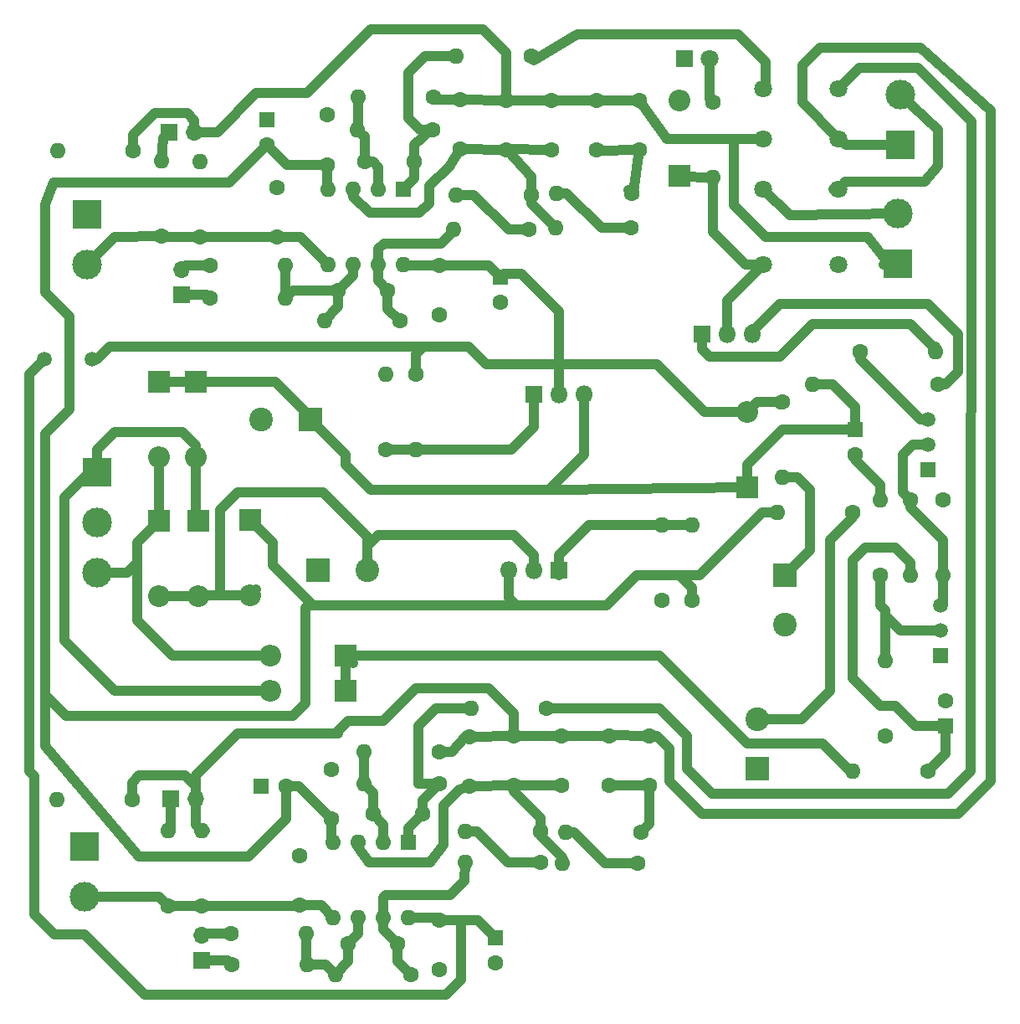
<source format=gbr>
G04 #@! TF.FileFunction,Copper,L2,Bot,Signal*
%FSLAX46Y46*%
G04 Gerber Fmt 4.6, Leading zero omitted, Abs format (unit mm)*
G04 Created by KiCad (PCBNEW 4.0.7) date 05/28/21 16:02:32*
%MOMM*%
%LPD*%
G01*
G04 APERTURE LIST*
%ADD10C,0.100000*%
%ADD11C,1.600000*%
%ADD12O,1.600000X1.600000*%
%ADD13R,1.600000X1.600000*%
%ADD14R,2.200000X2.200000*%
%ADD15O,2.200000X2.200000*%
%ADD16R,1.800000X1.800000*%
%ADD17C,1.800000*%
%ADD18R,3.000000X3.000000*%
%ADD19C,3.000000*%
%ADD20R,1.700000X1.700000*%
%ADD21O,1.700000X1.700000*%
%ADD22O,1.800000X1.800000*%
%ADD23C,1.520000*%
%ADD24R,1.520000X1.520000*%
%ADD25R,2.400000X2.400000*%
%ADD26C,2.400000*%
%ADD27C,1.500000*%
%ADD28C,1.000000*%
G04 APERTURE END LIST*
D10*
D11*
X147066000Y-74422000D03*
D12*
X134366000Y-74422000D03*
D11*
X80200000Y-59500000D03*
X80200000Y-54500000D03*
D13*
X102800000Y-63600000D03*
D11*
X102800000Y-66100000D03*
X96600000Y-62400000D03*
X96600000Y-67400000D03*
D13*
X147828000Y-108966000D03*
D11*
X147828000Y-106466000D03*
X85300000Y-47200000D03*
X85300000Y-52200000D03*
D13*
X79200000Y-47700000D03*
D11*
X79200000Y-50200000D03*
D13*
X138684000Y-78994000D03*
D11*
X138684000Y-81494000D03*
X107950000Y-45720000D03*
X107950000Y-50720000D03*
X103378000Y-45720000D03*
X103378000Y-50720000D03*
X98700000Y-45650000D03*
X98700000Y-50650000D03*
X116840000Y-45720000D03*
X116840000Y-50720000D03*
X112522000Y-45720000D03*
X112522000Y-50720000D03*
D14*
X87122000Y-101854000D03*
D15*
X79502000Y-101854000D03*
D14*
X68246000Y-74210000D03*
D15*
X68246000Y-81830000D03*
D14*
X68246000Y-88210000D03*
D15*
X68246000Y-95830000D03*
D14*
X87122000Y-105410000D03*
D15*
X79502000Y-105410000D03*
D14*
X71996000Y-74210000D03*
D15*
X71996000Y-81830000D03*
D14*
X72246000Y-88210000D03*
D15*
X72246000Y-95830000D03*
D14*
X127762000Y-84836000D03*
D15*
X127762000Y-77216000D03*
D14*
X77470000Y-88138000D03*
D15*
X77470000Y-95758000D03*
D14*
X120900000Y-53300000D03*
D15*
X120900000Y-45680000D03*
D16*
X121400000Y-41500000D03*
D17*
X123940000Y-41500000D03*
D18*
X61976000Y-83312000D03*
D19*
X61976000Y-88392000D03*
X61976000Y-93472000D03*
D18*
X61000000Y-57200000D03*
D19*
X61000000Y-62280000D03*
D20*
X70500000Y-65400000D03*
D21*
X70500000Y-62860000D03*
D20*
X69300000Y-48900000D03*
D21*
X71840000Y-48900000D03*
D16*
X123190000Y-69342000D03*
D22*
X125730000Y-69342000D03*
X128270000Y-69342000D03*
D11*
X65600000Y-50800000D03*
D12*
X57980000Y-50800000D03*
D11*
X72400000Y-59500000D03*
D12*
X72400000Y-51880000D03*
D11*
X91186000Y-81026000D03*
D12*
X91186000Y-73406000D03*
D11*
X119126000Y-96266000D03*
D12*
X119126000Y-88646000D03*
D11*
X94234000Y-73406000D03*
D12*
X94234000Y-81026000D03*
D11*
X122174000Y-96266000D03*
D12*
X122174000Y-88646000D03*
D11*
X68500000Y-59400000D03*
D12*
X68500000Y-51780000D03*
D11*
X131318000Y-76200000D03*
D12*
X131318000Y-83820000D03*
D11*
X138430000Y-87376000D03*
D12*
X130810000Y-87376000D03*
D11*
X73400000Y-62400000D03*
D12*
X81020000Y-62400000D03*
D11*
X73400000Y-65700000D03*
D12*
X81020000Y-65700000D03*
D11*
X146050000Y-113538000D03*
D12*
X138430000Y-113538000D03*
D11*
X144272000Y-86106000D03*
D12*
X144272000Y-93726000D03*
D11*
X92600000Y-68000000D03*
D12*
X84980000Y-68000000D03*
D11*
X141224000Y-93726000D03*
D12*
X141224000Y-86106000D03*
D11*
X141732000Y-109982000D03*
D12*
X141732000Y-102362000D03*
D11*
X105700000Y-58800000D03*
D12*
X98080000Y-58800000D03*
D11*
X147574000Y-86106000D03*
D12*
X147574000Y-93726000D03*
D11*
X105900000Y-55300000D03*
D12*
X98280000Y-55300000D03*
D11*
X139192000Y-71120000D03*
D12*
X146812000Y-71120000D03*
D11*
X116000000Y-58600000D03*
D12*
X108380000Y-58600000D03*
D11*
X116100000Y-55100000D03*
D12*
X108480000Y-55100000D03*
D11*
X124300000Y-45900000D03*
D12*
X124300000Y-53520000D03*
D11*
X96000000Y-45400000D03*
D12*
X88380000Y-45400000D03*
D11*
X95900000Y-48700000D03*
D12*
X88280000Y-48700000D03*
D17*
X129400000Y-54660000D03*
X129400000Y-44500000D03*
X129400000Y-49580000D03*
X137000000Y-49580000D03*
X137000000Y-54660000D03*
X137000000Y-44500000D03*
X129400000Y-62280000D03*
X137000000Y-62280000D03*
D16*
X106172000Y-75438000D03*
D22*
X108712000Y-75438000D03*
X111252000Y-75438000D03*
D16*
X108712000Y-93218000D03*
D22*
X106172000Y-93218000D03*
X103632000Y-93218000D03*
D23*
X147320000Y-99314000D03*
X147320000Y-96774000D03*
D24*
X147320000Y-101854000D03*
D23*
X146050000Y-80518000D03*
X146050000Y-77978000D03*
D24*
X146050000Y-83058000D03*
D11*
X82500000Y-127100000D03*
X82500000Y-122100000D03*
D13*
X102300000Y-130400000D03*
D11*
X102300000Y-132900000D03*
X96600000Y-128600000D03*
X96600000Y-133600000D03*
X85700000Y-113400000D03*
X85700000Y-118400000D03*
D13*
X78600000Y-115100000D03*
D11*
X81100000Y-115100000D03*
X99650000Y-110100000D03*
X99650000Y-115100000D03*
X104140000Y-109982000D03*
X104140000Y-114982000D03*
X108966000Y-109982000D03*
X108966000Y-114982000D03*
X113792000Y-109982000D03*
X113792000Y-114982000D03*
X117856000Y-109982000D03*
X117856000Y-114982000D03*
D18*
X60700000Y-121200000D03*
D19*
X60700000Y-126280000D03*
D18*
X143000000Y-62250000D03*
D19*
X143000000Y-57170000D03*
D18*
X143250000Y-50250000D03*
D19*
X143250000Y-45170000D03*
D20*
X72600000Y-132700000D03*
D21*
X72600000Y-130160000D03*
D20*
X69400000Y-116300000D03*
D21*
X71940000Y-116300000D03*
D11*
X65500000Y-116400000D03*
D12*
X57880000Y-116400000D03*
D11*
X72600000Y-127200000D03*
D12*
X72600000Y-119580000D03*
D11*
X69200000Y-127200000D03*
D12*
X69200000Y-119580000D03*
D11*
X75500000Y-130000000D03*
D12*
X83120000Y-130000000D03*
D11*
X75600000Y-133100000D03*
D12*
X83220000Y-133100000D03*
D11*
X93700000Y-134100000D03*
D12*
X86080000Y-134100000D03*
D11*
X106850000Y-122750000D03*
D12*
X99230000Y-122750000D03*
D11*
X106850000Y-119650000D03*
D12*
X99230000Y-119650000D03*
D11*
X116700000Y-122850000D03*
D12*
X109080000Y-122850000D03*
D11*
X117000000Y-119700000D03*
D12*
X109380000Y-119700000D03*
D11*
X96600000Y-111600000D03*
D12*
X88980000Y-111600000D03*
D11*
X96600000Y-114800000D03*
D12*
X88980000Y-114800000D03*
D11*
X105950000Y-41250000D03*
D12*
X98330000Y-41250000D03*
D11*
X107442000Y-107188000D03*
D12*
X99822000Y-107188000D03*
D11*
X86400000Y-64900000D03*
X91400000Y-64900000D03*
X87400000Y-131000000D03*
X92400000Y-131000000D03*
X89100000Y-51900000D03*
X94100000Y-51900000D03*
X89900000Y-117900000D03*
X94900000Y-117900000D03*
D25*
X83566000Y-77978000D03*
D26*
X78566000Y-77978000D03*
D25*
X84328000Y-93218000D03*
D26*
X89328000Y-93218000D03*
D25*
X131572000Y-93726000D03*
D26*
X131572000Y-98726000D03*
D25*
X128778000Y-113284000D03*
D26*
X128778000Y-108284000D03*
D13*
X93000000Y-54700000D03*
D12*
X85380000Y-62320000D03*
X90460000Y-54700000D03*
X87920000Y-62320000D03*
X87920000Y-54700000D03*
X90460000Y-62320000D03*
X85380000Y-54700000D03*
X93000000Y-62320000D03*
D13*
X93500000Y-120700000D03*
D12*
X85880000Y-128320000D03*
X90960000Y-120700000D03*
X88420000Y-128320000D03*
X88420000Y-120700000D03*
X90960000Y-128320000D03*
X85880000Y-120700000D03*
X93500000Y-128320000D03*
D27*
X56642000Y-71882000D03*
X61468000Y-71882000D03*
D28*
X97028000Y-85090000D02*
X89662000Y-85090000D01*
X87122000Y-81534000D02*
X83566000Y-77978000D01*
X87122000Y-82550000D02*
X87122000Y-81534000D01*
X89662000Y-85090000D02*
X87122000Y-82550000D01*
X83566000Y-77978000D02*
X83566000Y-77724000D01*
X83566000Y-77724000D02*
X80052000Y-74210000D01*
X80052000Y-74210000D02*
X71996000Y-74210000D01*
X127762000Y-84836000D02*
X127762000Y-82550000D01*
X131318000Y-78994000D02*
X138684000Y-78994000D01*
X127762000Y-82550000D02*
X131318000Y-78994000D01*
X108458000Y-85090000D02*
X97028000Y-85090000D01*
X127762000Y-84836000D02*
X108458000Y-85090000D01*
X108458000Y-85090000D02*
X108204000Y-85090000D01*
X108204000Y-85090000D02*
X107950000Y-84836000D01*
X111252000Y-77724000D02*
X111252000Y-81534000D01*
X111252000Y-81534000D02*
X107950000Y-84836000D01*
X111252000Y-75438000D02*
X111252000Y-77724000D01*
X134366000Y-74422000D02*
X136398000Y-74422000D01*
X138684000Y-76708000D02*
X138684000Y-78994000D01*
X136398000Y-74422000D02*
X138684000Y-76708000D01*
X134366000Y-74422000D02*
X134316000Y-74422000D01*
X71996000Y-74210000D02*
X68246000Y-74210000D01*
X106172000Y-93218000D02*
X106172000Y-91694000D01*
X90424000Y-89662000D02*
X89328000Y-90758000D01*
X104140000Y-89662000D02*
X90424000Y-89662000D01*
X106172000Y-91694000D02*
X104140000Y-89662000D01*
X74422000Y-95758000D02*
X74422000Y-87122000D01*
X89328000Y-89836000D02*
X89328000Y-90758000D01*
X89328000Y-90758000D02*
X89328000Y-93218000D01*
X84836000Y-85344000D02*
X89328000Y-89836000D01*
X76200000Y-85344000D02*
X84836000Y-85344000D01*
X74422000Y-87122000D02*
X76200000Y-85344000D01*
X89328000Y-93218000D02*
X89328000Y-92282000D01*
X78058000Y-95170000D02*
X77470000Y-95758000D01*
X77470000Y-95758000D02*
X74676000Y-95758000D01*
X74676000Y-95758000D02*
X74422000Y-95758000D01*
X74422000Y-95758000D02*
X72318000Y-95758000D01*
X72318000Y-95758000D02*
X72246000Y-95830000D01*
X72246000Y-95830000D02*
X68246000Y-95830000D01*
X80200000Y-59500000D02*
X82560000Y-59500000D01*
X82560000Y-59500000D02*
X85380000Y-62320000D01*
X72400000Y-59500000D02*
X68600000Y-59500000D01*
X68600000Y-59500000D02*
X68500000Y-59400000D01*
X72400000Y-59500000D02*
X80200000Y-59500000D01*
X68500000Y-59400000D02*
X63780000Y-59500000D01*
X63780000Y-59500000D02*
X61000000Y-62280000D01*
X98700000Y-45650000D02*
X96250000Y-45650000D01*
X96250000Y-45650000D02*
X96000000Y-45400000D01*
X100584000Y-38550000D02*
X101034000Y-38550000D01*
X103378000Y-40894000D02*
X103378000Y-45720000D01*
X101034000Y-38550000D02*
X103378000Y-40894000D01*
X100050000Y-38550000D02*
X100584000Y-38550000D01*
X100584000Y-38550000D02*
X100650000Y-38550000D01*
X127050000Y-49580000D02*
X119680000Y-49580000D01*
X119680000Y-49580000D02*
X116840000Y-45720000D01*
X82700000Y-45000000D02*
X83250000Y-45000000D01*
X78100000Y-45000000D02*
X82700000Y-45000000D01*
X74200000Y-48900000D02*
X78100000Y-45000000D01*
X71840000Y-48900000D02*
X74200000Y-48900000D01*
X89700000Y-38550000D02*
X100050000Y-38550000D01*
X100050000Y-38550000D02*
X100150000Y-38550000D01*
X83250000Y-45000000D02*
X89700000Y-38550000D01*
X126400000Y-49580000D02*
X126400000Y-56300000D01*
X142200000Y-62350000D02*
X143000000Y-62250000D01*
X140000000Y-59500000D02*
X142200000Y-62350000D01*
X129600000Y-59500000D02*
X140000000Y-59500000D01*
X126400000Y-56300000D02*
X129600000Y-59500000D01*
X126400000Y-49580000D02*
X127050000Y-49580000D01*
X127050000Y-49580000D02*
X129400000Y-49580000D01*
X65600000Y-50800000D02*
X65600000Y-49200000D01*
X71840000Y-47740000D02*
X71840000Y-48900000D01*
X71100000Y-47000000D02*
X71840000Y-47740000D01*
X67800000Y-47000000D02*
X71100000Y-47000000D01*
X65600000Y-49200000D02*
X67800000Y-47000000D01*
X141600000Y-62350000D02*
X143000000Y-62250000D01*
X129000000Y-49500000D02*
X129220000Y-49400000D01*
X129220000Y-49400000D02*
X129400000Y-49580000D01*
X73400000Y-62400000D02*
X70960000Y-62400000D01*
X70960000Y-62400000D02*
X70500000Y-62860000D01*
X71840000Y-48900000D02*
X72000000Y-48900000D01*
X112522000Y-45720000D02*
X116840000Y-45720000D01*
X107950000Y-45720000D02*
X112522000Y-45720000D01*
X103378000Y-45720000D02*
X107950000Y-45720000D01*
X98700000Y-45650000D02*
X103378000Y-45720000D01*
X131318000Y-83820000D02*
X132842000Y-83820000D01*
X134112000Y-91186000D02*
X131572000Y-93726000D01*
X134112000Y-85090000D02*
X134112000Y-91186000D01*
X132842000Y-83820000D02*
X134112000Y-85090000D01*
X138430000Y-87376000D02*
X138430000Y-87884000D01*
X138430000Y-87884000D02*
X136144000Y-90170000D01*
X136144000Y-90170000D02*
X136144000Y-105410000D01*
X136144000Y-105410000D02*
X133270000Y-108284000D01*
X133270000Y-108284000D02*
X128778000Y-108284000D01*
X108712000Y-75438000D02*
X108712000Y-72390000D01*
X92964000Y-70612000D02*
X99568000Y-70612000D01*
X101346000Y-72390000D02*
X109474000Y-72390000D01*
X99568000Y-70612000D02*
X101346000Y-72390000D01*
X94234000Y-73406000D02*
X94234000Y-71374000D01*
X94234000Y-71374000D02*
X94996000Y-70612000D01*
X61468000Y-71882000D02*
X61976000Y-71882000D01*
X63246000Y-70612000D02*
X92964000Y-70612000D01*
X92964000Y-70612000D02*
X94996000Y-70612000D01*
X61976000Y-71882000D02*
X63246000Y-70612000D01*
X131318000Y-76200000D02*
X128778000Y-76200000D01*
X128778000Y-76200000D02*
X127762000Y-77216000D01*
X98806000Y-134620000D02*
X97282000Y-136144000D01*
X97282000Y-136144000D02*
X66802000Y-136144000D01*
X66802000Y-136144000D02*
X60706000Y-130048000D01*
X60706000Y-130048000D02*
X57658000Y-130048000D01*
X57658000Y-130048000D02*
X55626000Y-128016000D01*
X55626000Y-128016000D02*
X55626000Y-114046000D01*
X55626000Y-114046000D02*
X55118000Y-113538000D01*
X55118000Y-113538000D02*
X55118000Y-73406000D01*
X55118000Y-73406000D02*
X56642000Y-71882000D01*
X98806000Y-134620000D02*
X98806000Y-128600000D01*
X127762000Y-77216000D02*
X123444000Y-77216000D01*
X123444000Y-77216000D02*
X118618000Y-72390000D01*
X118618000Y-72390000D02*
X115316000Y-72390000D01*
X115316000Y-72390000D02*
X110236000Y-72390000D01*
X96600000Y-128600000D02*
X97104000Y-128600000D01*
X108712000Y-72390000D02*
X108712000Y-67056000D01*
X104902000Y-63246000D02*
X103154000Y-63246000D01*
X108712000Y-67056000D02*
X104902000Y-63246000D01*
X108712000Y-72390000D02*
X109474000Y-72390000D01*
X103154000Y-63246000D02*
X102800000Y-63600000D01*
X131064000Y-76454000D02*
X131318000Y-76200000D01*
X109474000Y-72390000D02*
X110236000Y-72390000D01*
X96600000Y-128600000D02*
X98806000Y-128600000D01*
X98806000Y-128600000D02*
X100500000Y-128600000D01*
X100500000Y-128600000D02*
X102300000Y-130400000D01*
X93500000Y-128320000D02*
X96320000Y-128320000D01*
X96320000Y-128320000D02*
X96600000Y-128600000D01*
X96600000Y-62400000D02*
X101600000Y-62400000D01*
X101600000Y-62400000D02*
X102800000Y-63600000D01*
X96600000Y-62400000D02*
X94500000Y-62400000D01*
X94500000Y-62400000D02*
X93080000Y-62400000D01*
X93080000Y-62400000D02*
X93000000Y-62320000D01*
X147828000Y-108966000D02*
X144780000Y-108966000D01*
X144272000Y-92456000D02*
X144272000Y-93726000D01*
X142748000Y-90932000D02*
X144272000Y-92456000D01*
X139700000Y-90932000D02*
X142748000Y-90932000D01*
X138430000Y-92202000D02*
X139700000Y-90932000D01*
X138430000Y-104140000D02*
X138430000Y-92202000D01*
X141224000Y-106934000D02*
X138430000Y-104140000D01*
X142748000Y-106934000D02*
X141224000Y-106934000D01*
X144780000Y-108966000D02*
X142748000Y-106934000D01*
X147828000Y-108966000D02*
X147828000Y-111760000D01*
X147828000Y-111760000D02*
X146050000Y-113538000D01*
X120904000Y-93726000D02*
X122936000Y-93726000D01*
X129286000Y-87376000D02*
X130810000Y-87376000D01*
X122936000Y-93726000D02*
X129286000Y-87376000D01*
X104394000Y-96774000D02*
X113538000Y-96774000D01*
X122174000Y-94996000D02*
X122174000Y-96266000D01*
X120904000Y-93726000D02*
X122174000Y-94996000D01*
X116586000Y-93726000D02*
X120904000Y-93726000D01*
X113538000Y-96774000D02*
X116586000Y-93726000D01*
X84836000Y-96774000D02*
X83312000Y-96774000D01*
X58858002Y-107950000D02*
X56750000Y-105841998D01*
X81788000Y-107950000D02*
X58858002Y-107950000D01*
X83058000Y-106680000D02*
X81788000Y-107950000D01*
X83058000Y-97028000D02*
X83058000Y-106680000D01*
X83312000Y-96774000D02*
X83058000Y-97028000D01*
X104648000Y-96774000D02*
X84836000Y-96774000D01*
X84836000Y-96774000D02*
X83820000Y-96774000D01*
X79756000Y-90424000D02*
X77470000Y-88138000D01*
X79756000Y-92710000D02*
X79756000Y-90424000D01*
X83820000Y-96774000D02*
X79756000Y-92710000D01*
X56750000Y-80010000D02*
X56750000Y-79394000D01*
X75400000Y-54000000D02*
X79200000Y-50200000D01*
X57600000Y-54000000D02*
X75400000Y-54000000D01*
X56750000Y-56250000D02*
X57600000Y-54000000D01*
X56750000Y-65132000D02*
X56750000Y-58300000D01*
X56750000Y-101500000D02*
X56750000Y-80010000D01*
X56750000Y-58300000D02*
X56750000Y-56250000D01*
X56750000Y-101500000D02*
X56750000Y-105841998D01*
X56750000Y-79394000D02*
X59182000Y-76962000D01*
X59182000Y-76962000D02*
X59182000Y-67564000D01*
X59182000Y-67564000D02*
X56750000Y-65132000D01*
X103632000Y-93218000D02*
X103632000Y-96012000D01*
X104394000Y-96774000D02*
X104648000Y-96774000D01*
X103632000Y-96012000D02*
X104394000Y-96774000D01*
X56750000Y-105841998D02*
X56750000Y-111000000D01*
X56750000Y-111000000D02*
X66200000Y-122200000D01*
X66200000Y-122200000D02*
X77300000Y-122200000D01*
X77300000Y-122200000D02*
X81100000Y-118400000D01*
X81100000Y-118400000D02*
X81100000Y-115100000D01*
X85700000Y-118400000D02*
X85700000Y-120520000D01*
X85700000Y-120520000D02*
X85880000Y-120700000D01*
X81100000Y-115100000D02*
X82400000Y-115100000D01*
X82400000Y-115100000D02*
X85700000Y-118400000D01*
X85300000Y-52200000D02*
X81200000Y-52200000D01*
X81200000Y-52200000D02*
X79200000Y-50200000D01*
X85300000Y-52200000D02*
X85300000Y-54620000D01*
X85300000Y-54620000D02*
X85380000Y-54700000D01*
X138684000Y-81494000D02*
X138684000Y-82042000D01*
X138684000Y-82042000D02*
X141224000Y-84582000D01*
X141224000Y-84582000D02*
X141224000Y-86106000D01*
X103378000Y-50720000D02*
X103428000Y-50720000D01*
X103428000Y-50720000D02*
X105900000Y-53450000D01*
X105900000Y-53450000D02*
X105900000Y-55300000D01*
X103378000Y-50720000D02*
X98700000Y-50650000D01*
X107950000Y-50720000D02*
X103428000Y-50670000D01*
X103428000Y-50670000D02*
X103378000Y-50720000D01*
X98700000Y-50650000D02*
X97600000Y-52400000D01*
X89600000Y-57100000D02*
X87920000Y-55420000D01*
X94600000Y-57100000D02*
X89600000Y-57100000D01*
X95600000Y-56100000D02*
X94600000Y-57100000D01*
X95600000Y-54400000D02*
X95600000Y-56100000D01*
X97600000Y-52400000D02*
X95600000Y-54400000D01*
X105900000Y-55300000D02*
X105900000Y-56120000D01*
X105900000Y-56120000D02*
X108380000Y-58600000D01*
X105900000Y-54900000D02*
X105900000Y-55300000D01*
X87920000Y-55420000D02*
X87920000Y-54700000D01*
X116840000Y-50720000D02*
X112622000Y-50820000D01*
X112622000Y-50820000D02*
X112522000Y-50720000D01*
X116840000Y-50720000D02*
X116250000Y-54950000D01*
X116250000Y-54950000D02*
X116100000Y-55100000D01*
X115750000Y-54750000D02*
X116100000Y-55100000D01*
X138430000Y-113538000D02*
X138176000Y-113538000D01*
X138176000Y-113538000D02*
X135382000Y-110744000D01*
X135382000Y-110744000D02*
X131318000Y-110744000D01*
X118872000Y-101854000D02*
X87122000Y-101854000D01*
X127762000Y-110744000D02*
X118872000Y-101854000D01*
X131318000Y-110744000D02*
X127762000Y-110744000D01*
X87884000Y-102616000D02*
X87122000Y-101854000D01*
X87122000Y-101854000D02*
X87122000Y-105410000D01*
X79502000Y-101854000D02*
X69596000Y-101854000D01*
X66040000Y-98298000D02*
X66040000Y-92456000D01*
X69596000Y-101854000D02*
X66040000Y-98298000D01*
X61976000Y-93472000D02*
X65024000Y-93472000D01*
X65024000Y-93472000D02*
X66040000Y-92456000D01*
X66040000Y-90416000D02*
X68246000Y-88210000D01*
X66040000Y-92456000D02*
X66040000Y-90416000D01*
X62292000Y-93788000D02*
X61976000Y-93472000D01*
X68246000Y-88210000D02*
X68246000Y-81830000D01*
X79502000Y-105410000D02*
X63754000Y-105410000D01*
X58674000Y-85852000D02*
X61214000Y-83312000D01*
X58674000Y-100330000D02*
X58674000Y-85852000D01*
X63754000Y-105410000D02*
X58674000Y-100330000D01*
X61214000Y-83312000D02*
X61976000Y-83312000D01*
X61976000Y-83312000D02*
X61976000Y-81026000D01*
X71996000Y-80632000D02*
X71996000Y-81830000D01*
X70612000Y-79248000D02*
X71996000Y-80632000D01*
X63754000Y-79248000D02*
X70612000Y-79248000D01*
X61976000Y-81026000D02*
X63754000Y-79248000D01*
X71996000Y-81830000D02*
X71996000Y-87960000D01*
X71996000Y-87960000D02*
X72246000Y-88210000D01*
X124300000Y-53520000D02*
X124300000Y-59022000D01*
X127558000Y-62280000D02*
X129400000Y-62280000D01*
X124300000Y-59022000D02*
X127558000Y-62280000D01*
X125730000Y-69342000D02*
X125730000Y-65950000D01*
X125730000Y-65950000D02*
X129400000Y-62280000D01*
X124300000Y-53520000D02*
X121020000Y-53420000D01*
X121020000Y-53420000D02*
X120900000Y-53300000D01*
X123940000Y-41500000D02*
X123940000Y-45540000D01*
X123940000Y-45540000D02*
X124300000Y-45900000D01*
X124460000Y-45740000D02*
X124300000Y-45900000D01*
X70500000Y-65400000D02*
X73100000Y-65400000D01*
X73100000Y-65400000D02*
X73400000Y-65700000D01*
X68500000Y-51780000D02*
X68700000Y-49500000D01*
X68700000Y-49500000D02*
X69300000Y-48900000D01*
X147320000Y-99314000D02*
X143256000Y-99314000D01*
X143256000Y-99314000D02*
X141732000Y-97790000D01*
X141224000Y-93726000D02*
X141224000Y-96774000D01*
X141732000Y-97282000D02*
X141732000Y-97790000D01*
X141732000Y-97790000D02*
X141732000Y-102362000D01*
X141224000Y-96774000D02*
X141732000Y-97282000D01*
X144272000Y-86106000D02*
X144272000Y-86868000D01*
X144272000Y-86868000D02*
X147574000Y-90170000D01*
X147574000Y-90170000D02*
X147574000Y-93726000D01*
X146050000Y-80518000D02*
X144526000Y-80518000D01*
X143510000Y-85344000D02*
X144272000Y-86106000D01*
X143510000Y-81534000D02*
X143510000Y-85344000D01*
X144526000Y-80518000D02*
X143510000Y-81534000D01*
X147574000Y-93726000D02*
X147574000Y-96520000D01*
X147574000Y-96520000D02*
X147320000Y-96774000D01*
X139192000Y-71120000D02*
X139192000Y-71882000D01*
X139192000Y-71882000D02*
X145288000Y-77978000D01*
X145288000Y-77978000D02*
X146050000Y-77978000D01*
X123190000Y-69342000D02*
X123190000Y-70866000D01*
X144272000Y-68326000D02*
X146812000Y-70866000D01*
X134366000Y-68326000D02*
X144272000Y-68326000D01*
X131064000Y-71628000D02*
X134366000Y-68326000D01*
X123952000Y-71628000D02*
X131064000Y-71628000D01*
X123190000Y-70866000D02*
X123952000Y-71628000D01*
X146812000Y-70866000D02*
X146812000Y-71120000D01*
X146812000Y-70612000D02*
X146812000Y-71120000D01*
X128270000Y-69342000D02*
X128270000Y-69088000D01*
X128270000Y-69088000D02*
X131064000Y-66294000D01*
X149098000Y-73152000D02*
X147828000Y-74422000D01*
X149098000Y-69342000D02*
X149098000Y-73152000D01*
X146050000Y-66294000D02*
X149098000Y-69342000D01*
X131064000Y-66294000D02*
X146050000Y-66294000D01*
X147828000Y-74422000D02*
X147066000Y-74422000D01*
X128270000Y-69342000D02*
X128270000Y-68834000D01*
X147828000Y-74422000D02*
X147066000Y-74422000D01*
X106172000Y-75438000D02*
X106172000Y-78740000D01*
X103886000Y-81026000D02*
X94234000Y-81026000D01*
X106172000Y-78740000D02*
X103886000Y-81026000D01*
X94234000Y-81026000D02*
X91186000Y-81026000D01*
X122174000Y-88646000D02*
X119126000Y-88646000D01*
X108712000Y-93218000D02*
X108712000Y-91694000D01*
X111760000Y-88646000D02*
X119126000Y-88646000D01*
X108712000Y-91694000D02*
X111760000Y-88646000D01*
X108712000Y-93218000D02*
X108712000Y-93726000D01*
X98280000Y-55300000D02*
X100100000Y-55300000D01*
X103600000Y-58800000D02*
X105700000Y-58800000D01*
X100100000Y-55300000D02*
X103600000Y-58800000D01*
X108480000Y-55100000D02*
X109500000Y-55100000D01*
X113000000Y-58600000D02*
X116000000Y-58600000D01*
X109500000Y-55100000D02*
X113000000Y-58600000D01*
X82500000Y-127100000D02*
X84660000Y-127100000D01*
X84660000Y-127100000D02*
X85880000Y-128320000D01*
X72600000Y-127200000D02*
X82400000Y-127200000D01*
X82400000Y-127200000D02*
X82500000Y-127100000D01*
X72600000Y-127200000D02*
X69200000Y-127200000D01*
X60700000Y-126280000D02*
X68280000Y-126280000D01*
X68280000Y-126280000D02*
X69200000Y-127200000D01*
X106850000Y-119650000D02*
X106850000Y-120058000D01*
X106850000Y-120058000D02*
X109080000Y-122288000D01*
X109080000Y-122288000D02*
X109080000Y-122850000D01*
X104140000Y-114982000D02*
X104140000Y-115570000D01*
X104140000Y-115570000D02*
X106850000Y-118280000D01*
X106850000Y-118280000D02*
X106850000Y-119650000D01*
X104140000Y-114982000D02*
X99700000Y-115050000D01*
X99700000Y-115050000D02*
X99650000Y-115100000D01*
X108966000Y-114982000D02*
X104140000Y-114982000D01*
X109080000Y-122630000D02*
X109080000Y-122850000D01*
X108966000Y-114982000D02*
X108966000Y-115182000D01*
X88420000Y-120700000D02*
X88420000Y-121220000D01*
X88420000Y-121220000D02*
X89500000Y-122808000D01*
X98600000Y-115400000D02*
X99650000Y-115100000D01*
X97000000Y-117000000D02*
X98600000Y-115400000D01*
X97000000Y-121000000D02*
X97000000Y-117000000D01*
X95700000Y-122808000D02*
X97000000Y-121000000D01*
X89500000Y-122808000D02*
X95700000Y-122808000D01*
X117856000Y-114982000D02*
X113792000Y-114982000D01*
X117856000Y-114982000D02*
X117856000Y-118844000D01*
X117856000Y-118844000D02*
X117000000Y-119700000D01*
X117250000Y-119450000D02*
X117000000Y-119700000D01*
X117756000Y-115082000D02*
X117856000Y-114982000D01*
X86360000Y-109728000D02*
X86360000Y-109474000D01*
X71940000Y-113988000D02*
X76200000Y-109728000D01*
X76200000Y-109728000D02*
X86360000Y-109728000D01*
X71940000Y-116300000D02*
X71940000Y-113988000D01*
X104140000Y-107696000D02*
X104140000Y-109982000D01*
X101600000Y-105156000D02*
X104140000Y-107696000D01*
X94234000Y-105156000D02*
X101600000Y-105156000D01*
X90932000Y-108458000D02*
X94234000Y-105156000D01*
X87376000Y-108458000D02*
X90932000Y-108458000D01*
X86360000Y-109474000D02*
X87376000Y-108458000D01*
X152399814Y-109981488D02*
X152399814Y-114554186D01*
X118586000Y-109950000D02*
X117856000Y-109982000D01*
X119888000Y-111252000D02*
X118586000Y-109950000D01*
X119888000Y-114554000D02*
X119888000Y-111252000D01*
X123190000Y-117856000D02*
X119888000Y-114554000D01*
X149098000Y-117856000D02*
X123190000Y-117856000D01*
X152399814Y-114554186D02*
X149098000Y-117856000D01*
X133350000Y-45930000D02*
X137000000Y-49580000D01*
X133350000Y-42164000D02*
X133350000Y-45930000D01*
X135128000Y-40386000D02*
X133350000Y-42164000D01*
X145288000Y-40386000D02*
X135128000Y-40386000D01*
X152376691Y-46764687D02*
X145288000Y-40386000D01*
X152399814Y-109981488D02*
X152376691Y-46764687D01*
X117856000Y-109982000D02*
X118176000Y-109982000D01*
X117856000Y-109982000D02*
X113892000Y-109882000D01*
X113892000Y-109882000D02*
X113792000Y-109982000D01*
X137000000Y-49580000D02*
X137080000Y-49580000D01*
X137080000Y-49580000D02*
X137750000Y-50250000D01*
X137750000Y-50250000D02*
X143250000Y-50250000D01*
X65500000Y-116400000D02*
X65500000Y-114700000D01*
X70880000Y-114000000D02*
X71940000Y-115060000D01*
X66200000Y-114000000D02*
X70880000Y-114000000D01*
X65500000Y-114700000D02*
X66200000Y-114000000D01*
X71940000Y-115060000D02*
X71940000Y-116300000D01*
X71940000Y-116300000D02*
X71940000Y-115060000D01*
X72600000Y-119580000D02*
X72880000Y-119580000D01*
X75500000Y-130000000D02*
X72760000Y-130000000D01*
X72760000Y-130000000D02*
X72600000Y-130160000D01*
X71940000Y-116300000D02*
X71940000Y-118920000D01*
X71940000Y-118920000D02*
X72600000Y-119580000D01*
X108966000Y-109982000D02*
X113792000Y-109982000D01*
X104140000Y-109982000D02*
X108966000Y-109982000D01*
X99650000Y-110100000D02*
X104140000Y-109982000D01*
X96600000Y-111600000D02*
X97900000Y-111600000D01*
X97900000Y-111600000D02*
X99250000Y-110100000D01*
X99250000Y-110100000D02*
X99650000Y-110100000D01*
X72600000Y-132700000D02*
X75200000Y-132700000D01*
X75200000Y-132700000D02*
X75600000Y-133100000D01*
X69400000Y-116300000D02*
X69400000Y-119380000D01*
X69400000Y-119380000D02*
X69200000Y-119580000D01*
X99230000Y-119650000D02*
X100450000Y-119650000D01*
X103550000Y-122750000D02*
X106850000Y-122750000D01*
X100450000Y-119650000D02*
X103550000Y-122750000D01*
X109380000Y-119700000D02*
X110250000Y-119700000D01*
X113400000Y-122850000D02*
X116700000Y-122850000D01*
X110250000Y-119700000D02*
X113400000Y-122850000D01*
X143000000Y-57170000D02*
X132060000Y-57320000D01*
X132060000Y-57320000D02*
X129400000Y-54660000D01*
X129400000Y-54660000D02*
X129400000Y-54700000D01*
X142420000Y-57750000D02*
X143000000Y-57170000D01*
X137000000Y-54660000D02*
X137140000Y-54660000D01*
X137140000Y-54660000D02*
X137700000Y-53900000D01*
X137700000Y-53900000D02*
X145700000Y-53900000D01*
X145700000Y-53900000D02*
X147100000Y-52300000D01*
X147100000Y-52300000D02*
X147100000Y-48720000D01*
X147100000Y-48720000D02*
X143250000Y-45170000D01*
X137000000Y-54660000D02*
X136460000Y-54660000D01*
X105950000Y-41250000D02*
X106150000Y-41650000D01*
X129600000Y-41800000D02*
X129600000Y-44300000D01*
X126800000Y-39000000D02*
X129600000Y-41800000D01*
X110600000Y-39000000D02*
X126800000Y-39000000D01*
X106150000Y-41650000D02*
X110600000Y-39000000D01*
X129600000Y-44300000D02*
X129400000Y-44500000D01*
X150371696Y-107188224D02*
X150371696Y-113534304D01*
X121666000Y-109982000D02*
X118872000Y-107188000D01*
X121666000Y-113284000D02*
X121666000Y-109982000D01*
X124206000Y-115824000D02*
X121666000Y-113284000D01*
X148082000Y-115824000D02*
X124206000Y-115824000D01*
X150371696Y-113534304D02*
X148082000Y-115824000D01*
X139082000Y-42418000D02*
X137000000Y-44500000D01*
X145034000Y-42418000D02*
X139082000Y-42418000D01*
X150495000Y-47879000D02*
X145034000Y-42418000D01*
X150371696Y-107188224D02*
X150495000Y-47879000D01*
X118872000Y-107188000D02*
X107442000Y-107188000D01*
X86400000Y-64900000D02*
X81820000Y-64900000D01*
X81820000Y-64900000D02*
X81020000Y-65700000D01*
X86400000Y-64900000D02*
X86400000Y-66580000D01*
X86400000Y-66580000D02*
X84980000Y-68000000D01*
X87920000Y-62320000D02*
X87920000Y-63380000D01*
X87920000Y-63380000D02*
X86400000Y-64900000D01*
X87920000Y-62320000D02*
X87920000Y-62660000D01*
X81120000Y-65600000D02*
X81020000Y-65700000D01*
X81020000Y-62400000D02*
X81020000Y-65700000D01*
X90460000Y-62320000D02*
X90460000Y-60740000D01*
X96800000Y-60200000D02*
X98080000Y-58920000D01*
X91000000Y-60200000D02*
X96800000Y-60200000D01*
X90460000Y-60740000D02*
X91000000Y-60200000D01*
X98080000Y-58920000D02*
X98080000Y-58800000D01*
X91400000Y-64900000D02*
X91400000Y-66800000D01*
X91400000Y-66800000D02*
X92600000Y-68000000D01*
X90460000Y-62320000D02*
X90460000Y-63960000D01*
X90460000Y-63960000D02*
X91400000Y-64900000D01*
X87400000Y-131000000D02*
X87400000Y-132780000D01*
X87400000Y-132780000D02*
X86080000Y-134100000D01*
X88420000Y-128320000D02*
X88420000Y-129980000D01*
X88420000Y-129980000D02*
X87400000Y-131000000D01*
X83220000Y-133100000D02*
X85080000Y-133100000D01*
X85080000Y-133100000D02*
X86080000Y-134100000D01*
X83120000Y-130000000D02*
X83120000Y-133000000D01*
X83120000Y-133000000D02*
X83220000Y-133100000D01*
X90960000Y-128320000D02*
X90960000Y-126340000D01*
X99180000Y-124620000D02*
X99230000Y-122750000D01*
X97700000Y-126100000D02*
X99180000Y-124620000D01*
X91200000Y-126100000D02*
X97700000Y-126100000D01*
X90960000Y-126340000D02*
X91200000Y-126100000D01*
X92400000Y-131000000D02*
X92400000Y-132800000D01*
X92400000Y-132800000D02*
X93700000Y-134100000D01*
X90960000Y-128320000D02*
X90960000Y-129560000D01*
X90960000Y-129560000D02*
X92400000Y-131000000D01*
X89100000Y-51900000D02*
X89900000Y-51900000D01*
X89900000Y-51900000D02*
X90460000Y-52460000D01*
X90460000Y-52460000D02*
X90460000Y-54700000D01*
X88380000Y-45400000D02*
X88380000Y-48600000D01*
X88380000Y-48600000D02*
X88280000Y-48700000D01*
X88280000Y-48700000D02*
X88280000Y-48780000D01*
X88280000Y-48780000D02*
X89100000Y-49400000D01*
X89100000Y-49400000D02*
X89100000Y-51900000D01*
X95900000Y-48700000D02*
X94674000Y-48700000D01*
X95148000Y-41250000D02*
X98330000Y-41250000D01*
X93472000Y-42926000D02*
X95148000Y-41250000D01*
X93472000Y-47498000D02*
X93472000Y-42926000D01*
X94674000Y-48700000D02*
X93472000Y-47498000D01*
X95900000Y-48700000D02*
X95800000Y-48700000D01*
X95800000Y-48700000D02*
X94100000Y-50200000D01*
X94100000Y-50200000D02*
X94100000Y-51900000D01*
X94100000Y-51900000D02*
X94100000Y-53600000D01*
X94100000Y-53600000D02*
X93000000Y-54700000D01*
X88980000Y-114800000D02*
X88980000Y-111600000D01*
X89900000Y-117900000D02*
X89900000Y-115720000D01*
X89900000Y-115720000D02*
X88980000Y-114800000D01*
X90960000Y-120700000D02*
X90960000Y-118960000D01*
X90960000Y-118960000D02*
X89900000Y-117900000D01*
X96600000Y-114800000D02*
X94480000Y-114800000D01*
X96266000Y-107188000D02*
X99822000Y-107188000D01*
X94488000Y-108966000D02*
X96266000Y-107188000D01*
X94488000Y-114792000D02*
X94488000Y-108966000D01*
X94480000Y-114800000D02*
X94488000Y-114792000D01*
X94900000Y-117900000D02*
X94900000Y-116500000D01*
X94900000Y-116500000D02*
X96600000Y-114800000D01*
X93500000Y-120700000D02*
X93500000Y-119300000D01*
X93500000Y-119300000D02*
X94900000Y-117900000D01*
M02*

</source>
